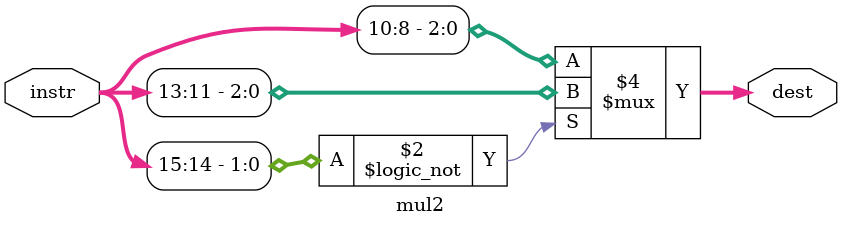
<source format=v>
module mul2(instr, dest);
   input [15:0] instr;
   output [2:0] dest;
   
   reg [2:0] 	dest;
   
   // rfの格納先のレジスタを命令から判別しrfに入力する
   always @* begin
      if (instr[15:14] == 2'b00) begin // RaがdestになるのはLDのみ
	 dest = instr[13:11];
      end else begin                  // その他はRb
	 dest = instr[10:8];
      end
   end
   
endmodule // mul2

</source>
